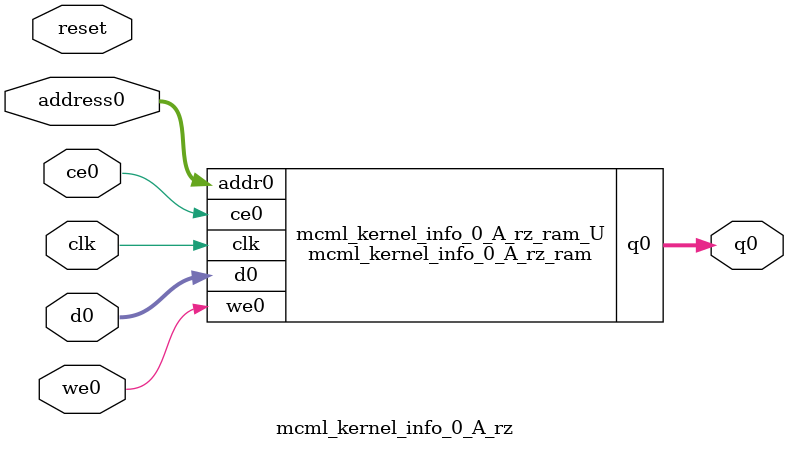
<source format=v>

`timescale 1 ns / 1 ps
module mcml_kernel_info_0_A_rz_ram (addr0, ce0, d0, we0, q0,  clk);

parameter DWIDTH = 32;
parameter AWIDTH = 14;
parameter MEM_SIZE = 10000;

input[AWIDTH-1:0] addr0;
input ce0;
input[DWIDTH-1:0] d0;
input we0;
output reg[DWIDTH-1:0] q0;
input clk;

(* ram_style = "block" *)reg [DWIDTH-1:0] ram[MEM_SIZE-1:0];




always @(posedge clk)  
begin 
    if (ce0) 
    begin
        if (we0) 
        begin 
            ram[addr0] <= d0; 
            q0 <= d0;
        end 
        else 
            q0 <= ram[addr0];
    end
end


endmodule


`timescale 1 ns / 1 ps
module mcml_kernel_info_0_A_rz(
    reset,
    clk,
    address0,
    ce0,
    we0,
    d0,
    q0);

parameter DataWidth = 32'd32;
parameter AddressRange = 32'd10000;
parameter AddressWidth = 32'd14;
input reset;
input clk;
input[AddressWidth - 1:0] address0;
input ce0;
input we0;
input[DataWidth - 1:0] d0;
output[DataWidth - 1:0] q0;



mcml_kernel_info_0_A_rz_ram mcml_kernel_info_0_A_rz_ram_U(
    .clk( clk ),
    .addr0( address0 ),
    .ce0( ce0 ),
    .d0( d0 ),
    .we0( we0 ),
    .q0( q0 ));

endmodule


</source>
